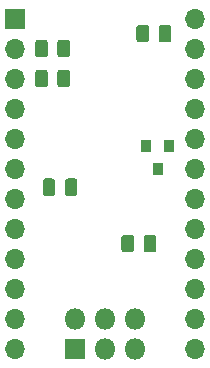
<source format=gbr>
G04 #@! TF.GenerationSoftware,KiCad,Pcbnew,(5.0.0)*
G04 #@! TF.CreationDate,2018-07-26T01:08:59+02:00*
G04 #@! TF.ProjectId,bosch_kf4_pll,626F7363685F6B66345F706C6C2E6B69,rev?*
G04 #@! TF.SameCoordinates,Original*
G04 #@! TF.FileFunction,Soldermask,Top*
G04 #@! TF.FilePolarity,Negative*
%FSLAX46Y46*%
G04 Gerber Fmt 4.6, Leading zero omitted, Abs format (unit mm)*
G04 Created by KiCad (PCBNEW (5.0.0)) date 07/26/18 01:08:59*
%MOMM*%
%LPD*%
G01*
G04 APERTURE LIST*
%ADD10C,0.100000*%
%ADD11C,1.076600*%
%ADD12O,1.701600X1.701600*%
%ADD13R,1.701600X1.701600*%
%ADD14R,0.901600X1.001600*%
%ADD15O,1.801600X1.801600*%
%ADD16R,1.801600X1.801600*%
G04 APERTURE END LIST*
D10*
G04 #@! TO.C,C5*
G36*
X128898031Y-75767996D02*
X128924159Y-75771872D01*
X128949780Y-75778290D01*
X128974649Y-75787188D01*
X128998526Y-75798481D01*
X129021182Y-75812060D01*
X129042397Y-75827794D01*
X129061968Y-75845532D01*
X129079706Y-75865103D01*
X129095440Y-75886318D01*
X129109019Y-75908974D01*
X129120312Y-75932851D01*
X129129210Y-75957720D01*
X129135628Y-75983341D01*
X129139504Y-76009469D01*
X129140800Y-76035850D01*
X129140800Y-76999150D01*
X129139504Y-77025531D01*
X129135628Y-77051659D01*
X129129210Y-77077280D01*
X129120312Y-77102149D01*
X129109019Y-77126026D01*
X129095440Y-77148682D01*
X129079706Y-77169897D01*
X129061968Y-77189468D01*
X129042397Y-77207206D01*
X129021182Y-77222940D01*
X128998526Y-77236519D01*
X128974649Y-77247812D01*
X128949780Y-77256710D01*
X128924159Y-77263128D01*
X128898031Y-77267004D01*
X128871650Y-77268300D01*
X128333350Y-77268300D01*
X128306969Y-77267004D01*
X128280841Y-77263128D01*
X128255220Y-77256710D01*
X128230351Y-77247812D01*
X128206474Y-77236519D01*
X128183818Y-77222940D01*
X128162603Y-77207206D01*
X128143032Y-77189468D01*
X128125294Y-77169897D01*
X128109560Y-77148682D01*
X128095981Y-77126026D01*
X128084688Y-77102149D01*
X128075790Y-77077280D01*
X128069372Y-77051659D01*
X128065496Y-77025531D01*
X128064200Y-76999150D01*
X128064200Y-76035850D01*
X128065496Y-76009469D01*
X128069372Y-75983341D01*
X128075790Y-75957720D01*
X128084688Y-75932851D01*
X128095981Y-75908974D01*
X128109560Y-75886318D01*
X128125294Y-75865103D01*
X128143032Y-75845532D01*
X128162603Y-75827794D01*
X128183818Y-75812060D01*
X128206474Y-75798481D01*
X128230351Y-75787188D01*
X128255220Y-75778290D01*
X128280841Y-75771872D01*
X128306969Y-75767996D01*
X128333350Y-75766700D01*
X128871650Y-75766700D01*
X128898031Y-75767996D01*
X128898031Y-75767996D01*
G37*
D11*
X128602500Y-76517500D03*
D10*
G36*
X130773031Y-75767996D02*
X130799159Y-75771872D01*
X130824780Y-75778290D01*
X130849649Y-75787188D01*
X130873526Y-75798481D01*
X130896182Y-75812060D01*
X130917397Y-75827794D01*
X130936968Y-75845532D01*
X130954706Y-75865103D01*
X130970440Y-75886318D01*
X130984019Y-75908974D01*
X130995312Y-75932851D01*
X131004210Y-75957720D01*
X131010628Y-75983341D01*
X131014504Y-76009469D01*
X131015800Y-76035850D01*
X131015800Y-76999150D01*
X131014504Y-77025531D01*
X131010628Y-77051659D01*
X131004210Y-77077280D01*
X130995312Y-77102149D01*
X130984019Y-77126026D01*
X130970440Y-77148682D01*
X130954706Y-77169897D01*
X130936968Y-77189468D01*
X130917397Y-77207206D01*
X130896182Y-77222940D01*
X130873526Y-77236519D01*
X130849649Y-77247812D01*
X130824780Y-77256710D01*
X130799159Y-77263128D01*
X130773031Y-77267004D01*
X130746650Y-77268300D01*
X130208350Y-77268300D01*
X130181969Y-77267004D01*
X130155841Y-77263128D01*
X130130220Y-77256710D01*
X130105351Y-77247812D01*
X130081474Y-77236519D01*
X130058818Y-77222940D01*
X130037603Y-77207206D01*
X130018032Y-77189468D01*
X130000294Y-77169897D01*
X129984560Y-77148682D01*
X129970981Y-77126026D01*
X129959688Y-77102149D01*
X129950790Y-77077280D01*
X129944372Y-77051659D01*
X129940496Y-77025531D01*
X129939200Y-76999150D01*
X129939200Y-76035850D01*
X129940496Y-76009469D01*
X129944372Y-75983341D01*
X129950790Y-75957720D01*
X129959688Y-75932851D01*
X129970981Y-75908974D01*
X129984560Y-75886318D01*
X130000294Y-75865103D01*
X130018032Y-75845532D01*
X130037603Y-75827794D01*
X130058818Y-75812060D01*
X130081474Y-75798481D01*
X130105351Y-75787188D01*
X130130220Y-75778290D01*
X130155841Y-75771872D01*
X130181969Y-75767996D01*
X130208350Y-75766700D01*
X130746650Y-75766700D01*
X130773031Y-75767996D01*
X130773031Y-75767996D01*
G37*
D11*
X130477500Y-76517500D03*
G04 #@! TD*
D12*
G04 #@! TO.C,J2*
X140970000Y-62230000D03*
X125730000Y-90170000D03*
X140970000Y-64770000D03*
X125730000Y-87630000D03*
X140970000Y-67310000D03*
X125730000Y-85090000D03*
X140970000Y-69850000D03*
X125730000Y-82550000D03*
X140970000Y-72390000D03*
X125730000Y-80010000D03*
X140970000Y-74930000D03*
X125730000Y-77470000D03*
X140970000Y-77470000D03*
X125730000Y-74930000D03*
X140970000Y-80010000D03*
X125730000Y-72390000D03*
X140970000Y-82550000D03*
X125730000Y-69850000D03*
X140970000Y-85090000D03*
X125730000Y-67310000D03*
X140970000Y-87630000D03*
X125730000Y-64770000D03*
X140970000Y-90170000D03*
D13*
X125730000Y-62230000D03*
G04 #@! TD*
D14*
G04 #@! TO.C,Q1*
X138745000Y-72977500D03*
X136845000Y-72977500D03*
X137795000Y-74977500D03*
G04 #@! TD*
D10*
G04 #@! TO.C,C1*
G36*
X136835531Y-62750496D02*
X136861659Y-62754372D01*
X136887280Y-62760790D01*
X136912149Y-62769688D01*
X136936026Y-62780981D01*
X136958682Y-62794560D01*
X136979897Y-62810294D01*
X136999468Y-62828032D01*
X137017206Y-62847603D01*
X137032940Y-62868818D01*
X137046519Y-62891474D01*
X137057812Y-62915351D01*
X137066710Y-62940220D01*
X137073128Y-62965841D01*
X137077004Y-62991969D01*
X137078300Y-63018350D01*
X137078300Y-63981650D01*
X137077004Y-64008031D01*
X137073128Y-64034159D01*
X137066710Y-64059780D01*
X137057812Y-64084649D01*
X137046519Y-64108526D01*
X137032940Y-64131182D01*
X137017206Y-64152397D01*
X136999468Y-64171968D01*
X136979897Y-64189706D01*
X136958682Y-64205440D01*
X136936026Y-64219019D01*
X136912149Y-64230312D01*
X136887280Y-64239210D01*
X136861659Y-64245628D01*
X136835531Y-64249504D01*
X136809150Y-64250800D01*
X136270850Y-64250800D01*
X136244469Y-64249504D01*
X136218341Y-64245628D01*
X136192720Y-64239210D01*
X136167851Y-64230312D01*
X136143974Y-64219019D01*
X136121318Y-64205440D01*
X136100103Y-64189706D01*
X136080532Y-64171968D01*
X136062794Y-64152397D01*
X136047060Y-64131182D01*
X136033481Y-64108526D01*
X136022188Y-64084649D01*
X136013290Y-64059780D01*
X136006872Y-64034159D01*
X136002996Y-64008031D01*
X136001700Y-63981650D01*
X136001700Y-63018350D01*
X136002996Y-62991969D01*
X136006872Y-62965841D01*
X136013290Y-62940220D01*
X136022188Y-62915351D01*
X136033481Y-62891474D01*
X136047060Y-62868818D01*
X136062794Y-62847603D01*
X136080532Y-62828032D01*
X136100103Y-62810294D01*
X136121318Y-62794560D01*
X136143974Y-62780981D01*
X136167851Y-62769688D01*
X136192720Y-62760790D01*
X136218341Y-62754372D01*
X136244469Y-62750496D01*
X136270850Y-62749200D01*
X136809150Y-62749200D01*
X136835531Y-62750496D01*
X136835531Y-62750496D01*
G37*
D11*
X136540000Y-63500000D03*
D10*
G36*
X138710531Y-62750496D02*
X138736659Y-62754372D01*
X138762280Y-62760790D01*
X138787149Y-62769688D01*
X138811026Y-62780981D01*
X138833682Y-62794560D01*
X138854897Y-62810294D01*
X138874468Y-62828032D01*
X138892206Y-62847603D01*
X138907940Y-62868818D01*
X138921519Y-62891474D01*
X138932812Y-62915351D01*
X138941710Y-62940220D01*
X138948128Y-62965841D01*
X138952004Y-62991969D01*
X138953300Y-63018350D01*
X138953300Y-63981650D01*
X138952004Y-64008031D01*
X138948128Y-64034159D01*
X138941710Y-64059780D01*
X138932812Y-64084649D01*
X138921519Y-64108526D01*
X138907940Y-64131182D01*
X138892206Y-64152397D01*
X138874468Y-64171968D01*
X138854897Y-64189706D01*
X138833682Y-64205440D01*
X138811026Y-64219019D01*
X138787149Y-64230312D01*
X138762280Y-64239210D01*
X138736659Y-64245628D01*
X138710531Y-64249504D01*
X138684150Y-64250800D01*
X138145850Y-64250800D01*
X138119469Y-64249504D01*
X138093341Y-64245628D01*
X138067720Y-64239210D01*
X138042851Y-64230312D01*
X138018974Y-64219019D01*
X137996318Y-64205440D01*
X137975103Y-64189706D01*
X137955532Y-64171968D01*
X137937794Y-64152397D01*
X137922060Y-64131182D01*
X137908481Y-64108526D01*
X137897188Y-64084649D01*
X137888290Y-64059780D01*
X137881872Y-64034159D01*
X137877996Y-64008031D01*
X137876700Y-63981650D01*
X137876700Y-63018350D01*
X137877996Y-62991969D01*
X137881872Y-62965841D01*
X137888290Y-62940220D01*
X137897188Y-62915351D01*
X137908481Y-62891474D01*
X137922060Y-62868818D01*
X137937794Y-62847603D01*
X137955532Y-62828032D01*
X137975103Y-62810294D01*
X137996318Y-62794560D01*
X138018974Y-62780981D01*
X138042851Y-62769688D01*
X138067720Y-62760790D01*
X138093341Y-62754372D01*
X138119469Y-62750496D01*
X138145850Y-62749200D01*
X138684150Y-62749200D01*
X138710531Y-62750496D01*
X138710531Y-62750496D01*
G37*
D11*
X138415000Y-63500000D03*
G04 #@! TD*
D10*
G04 #@! TO.C,C4*
G36*
X135565531Y-80530496D02*
X135591659Y-80534372D01*
X135617280Y-80540790D01*
X135642149Y-80549688D01*
X135666026Y-80560981D01*
X135688682Y-80574560D01*
X135709897Y-80590294D01*
X135729468Y-80608032D01*
X135747206Y-80627603D01*
X135762940Y-80648818D01*
X135776519Y-80671474D01*
X135787812Y-80695351D01*
X135796710Y-80720220D01*
X135803128Y-80745841D01*
X135807004Y-80771969D01*
X135808300Y-80798350D01*
X135808300Y-81761650D01*
X135807004Y-81788031D01*
X135803128Y-81814159D01*
X135796710Y-81839780D01*
X135787812Y-81864649D01*
X135776519Y-81888526D01*
X135762940Y-81911182D01*
X135747206Y-81932397D01*
X135729468Y-81951968D01*
X135709897Y-81969706D01*
X135688682Y-81985440D01*
X135666026Y-81999019D01*
X135642149Y-82010312D01*
X135617280Y-82019210D01*
X135591659Y-82025628D01*
X135565531Y-82029504D01*
X135539150Y-82030800D01*
X135000850Y-82030800D01*
X134974469Y-82029504D01*
X134948341Y-82025628D01*
X134922720Y-82019210D01*
X134897851Y-82010312D01*
X134873974Y-81999019D01*
X134851318Y-81985440D01*
X134830103Y-81969706D01*
X134810532Y-81951968D01*
X134792794Y-81932397D01*
X134777060Y-81911182D01*
X134763481Y-81888526D01*
X134752188Y-81864649D01*
X134743290Y-81839780D01*
X134736872Y-81814159D01*
X134732996Y-81788031D01*
X134731700Y-81761650D01*
X134731700Y-80798350D01*
X134732996Y-80771969D01*
X134736872Y-80745841D01*
X134743290Y-80720220D01*
X134752188Y-80695351D01*
X134763481Y-80671474D01*
X134777060Y-80648818D01*
X134792794Y-80627603D01*
X134810532Y-80608032D01*
X134830103Y-80590294D01*
X134851318Y-80574560D01*
X134873974Y-80560981D01*
X134897851Y-80549688D01*
X134922720Y-80540790D01*
X134948341Y-80534372D01*
X134974469Y-80530496D01*
X135000850Y-80529200D01*
X135539150Y-80529200D01*
X135565531Y-80530496D01*
X135565531Y-80530496D01*
G37*
D11*
X135270000Y-81280000D03*
D10*
G36*
X137440531Y-80530496D02*
X137466659Y-80534372D01*
X137492280Y-80540790D01*
X137517149Y-80549688D01*
X137541026Y-80560981D01*
X137563682Y-80574560D01*
X137584897Y-80590294D01*
X137604468Y-80608032D01*
X137622206Y-80627603D01*
X137637940Y-80648818D01*
X137651519Y-80671474D01*
X137662812Y-80695351D01*
X137671710Y-80720220D01*
X137678128Y-80745841D01*
X137682004Y-80771969D01*
X137683300Y-80798350D01*
X137683300Y-81761650D01*
X137682004Y-81788031D01*
X137678128Y-81814159D01*
X137671710Y-81839780D01*
X137662812Y-81864649D01*
X137651519Y-81888526D01*
X137637940Y-81911182D01*
X137622206Y-81932397D01*
X137604468Y-81951968D01*
X137584897Y-81969706D01*
X137563682Y-81985440D01*
X137541026Y-81999019D01*
X137517149Y-82010312D01*
X137492280Y-82019210D01*
X137466659Y-82025628D01*
X137440531Y-82029504D01*
X137414150Y-82030800D01*
X136875850Y-82030800D01*
X136849469Y-82029504D01*
X136823341Y-82025628D01*
X136797720Y-82019210D01*
X136772851Y-82010312D01*
X136748974Y-81999019D01*
X136726318Y-81985440D01*
X136705103Y-81969706D01*
X136685532Y-81951968D01*
X136667794Y-81932397D01*
X136652060Y-81911182D01*
X136638481Y-81888526D01*
X136627188Y-81864649D01*
X136618290Y-81839780D01*
X136611872Y-81814159D01*
X136607996Y-81788031D01*
X136606700Y-81761650D01*
X136606700Y-80798350D01*
X136607996Y-80771969D01*
X136611872Y-80745841D01*
X136618290Y-80720220D01*
X136627188Y-80695351D01*
X136638481Y-80671474D01*
X136652060Y-80648818D01*
X136667794Y-80627603D01*
X136685532Y-80608032D01*
X136705103Y-80590294D01*
X136726318Y-80574560D01*
X136748974Y-80560981D01*
X136772851Y-80549688D01*
X136797720Y-80540790D01*
X136823341Y-80534372D01*
X136849469Y-80530496D01*
X136875850Y-80529200D01*
X137414150Y-80529200D01*
X137440531Y-80530496D01*
X137440531Y-80530496D01*
G37*
D11*
X137145000Y-81280000D03*
G04 #@! TD*
D15*
G04 #@! TO.C,J1*
X135890000Y-87630000D03*
X135890000Y-90170000D03*
X133350000Y-87630000D03*
X133350000Y-90170000D03*
X130810000Y-87630000D03*
D16*
X130810000Y-90170000D03*
G04 #@! TD*
D10*
G04 #@! TO.C,R1*
G36*
X130138031Y-66560496D02*
X130164159Y-66564372D01*
X130189780Y-66570790D01*
X130214649Y-66579688D01*
X130238526Y-66590981D01*
X130261182Y-66604560D01*
X130282397Y-66620294D01*
X130301968Y-66638032D01*
X130319706Y-66657603D01*
X130335440Y-66678818D01*
X130349019Y-66701474D01*
X130360312Y-66725351D01*
X130369210Y-66750220D01*
X130375628Y-66775841D01*
X130379504Y-66801969D01*
X130380800Y-66828350D01*
X130380800Y-67791650D01*
X130379504Y-67818031D01*
X130375628Y-67844159D01*
X130369210Y-67869780D01*
X130360312Y-67894649D01*
X130349019Y-67918526D01*
X130335440Y-67941182D01*
X130319706Y-67962397D01*
X130301968Y-67981968D01*
X130282397Y-67999706D01*
X130261182Y-68015440D01*
X130238526Y-68029019D01*
X130214649Y-68040312D01*
X130189780Y-68049210D01*
X130164159Y-68055628D01*
X130138031Y-68059504D01*
X130111650Y-68060800D01*
X129573350Y-68060800D01*
X129546969Y-68059504D01*
X129520841Y-68055628D01*
X129495220Y-68049210D01*
X129470351Y-68040312D01*
X129446474Y-68029019D01*
X129423818Y-68015440D01*
X129402603Y-67999706D01*
X129383032Y-67981968D01*
X129365294Y-67962397D01*
X129349560Y-67941182D01*
X129335981Y-67918526D01*
X129324688Y-67894649D01*
X129315790Y-67869780D01*
X129309372Y-67844159D01*
X129305496Y-67818031D01*
X129304200Y-67791650D01*
X129304200Y-66828350D01*
X129305496Y-66801969D01*
X129309372Y-66775841D01*
X129315790Y-66750220D01*
X129324688Y-66725351D01*
X129335981Y-66701474D01*
X129349560Y-66678818D01*
X129365294Y-66657603D01*
X129383032Y-66638032D01*
X129402603Y-66620294D01*
X129423818Y-66604560D01*
X129446474Y-66590981D01*
X129470351Y-66579688D01*
X129495220Y-66570790D01*
X129520841Y-66564372D01*
X129546969Y-66560496D01*
X129573350Y-66559200D01*
X130111650Y-66559200D01*
X130138031Y-66560496D01*
X130138031Y-66560496D01*
G37*
D11*
X129842500Y-67310000D03*
D10*
G36*
X128263031Y-66560496D02*
X128289159Y-66564372D01*
X128314780Y-66570790D01*
X128339649Y-66579688D01*
X128363526Y-66590981D01*
X128386182Y-66604560D01*
X128407397Y-66620294D01*
X128426968Y-66638032D01*
X128444706Y-66657603D01*
X128460440Y-66678818D01*
X128474019Y-66701474D01*
X128485312Y-66725351D01*
X128494210Y-66750220D01*
X128500628Y-66775841D01*
X128504504Y-66801969D01*
X128505800Y-66828350D01*
X128505800Y-67791650D01*
X128504504Y-67818031D01*
X128500628Y-67844159D01*
X128494210Y-67869780D01*
X128485312Y-67894649D01*
X128474019Y-67918526D01*
X128460440Y-67941182D01*
X128444706Y-67962397D01*
X128426968Y-67981968D01*
X128407397Y-67999706D01*
X128386182Y-68015440D01*
X128363526Y-68029019D01*
X128339649Y-68040312D01*
X128314780Y-68049210D01*
X128289159Y-68055628D01*
X128263031Y-68059504D01*
X128236650Y-68060800D01*
X127698350Y-68060800D01*
X127671969Y-68059504D01*
X127645841Y-68055628D01*
X127620220Y-68049210D01*
X127595351Y-68040312D01*
X127571474Y-68029019D01*
X127548818Y-68015440D01*
X127527603Y-67999706D01*
X127508032Y-67981968D01*
X127490294Y-67962397D01*
X127474560Y-67941182D01*
X127460981Y-67918526D01*
X127449688Y-67894649D01*
X127440790Y-67869780D01*
X127434372Y-67844159D01*
X127430496Y-67818031D01*
X127429200Y-67791650D01*
X127429200Y-66828350D01*
X127430496Y-66801969D01*
X127434372Y-66775841D01*
X127440790Y-66750220D01*
X127449688Y-66725351D01*
X127460981Y-66701474D01*
X127474560Y-66678818D01*
X127490294Y-66657603D01*
X127508032Y-66638032D01*
X127527603Y-66620294D01*
X127548818Y-66604560D01*
X127571474Y-66590981D01*
X127595351Y-66579688D01*
X127620220Y-66570790D01*
X127645841Y-66564372D01*
X127671969Y-66560496D01*
X127698350Y-66559200D01*
X128236650Y-66559200D01*
X128263031Y-66560496D01*
X128263031Y-66560496D01*
G37*
D11*
X127967500Y-67310000D03*
G04 #@! TD*
D10*
G04 #@! TO.C,R2*
G36*
X128263031Y-64020496D02*
X128289159Y-64024372D01*
X128314780Y-64030790D01*
X128339649Y-64039688D01*
X128363526Y-64050981D01*
X128386182Y-64064560D01*
X128407397Y-64080294D01*
X128426968Y-64098032D01*
X128444706Y-64117603D01*
X128460440Y-64138818D01*
X128474019Y-64161474D01*
X128485312Y-64185351D01*
X128494210Y-64210220D01*
X128500628Y-64235841D01*
X128504504Y-64261969D01*
X128505800Y-64288350D01*
X128505800Y-65251650D01*
X128504504Y-65278031D01*
X128500628Y-65304159D01*
X128494210Y-65329780D01*
X128485312Y-65354649D01*
X128474019Y-65378526D01*
X128460440Y-65401182D01*
X128444706Y-65422397D01*
X128426968Y-65441968D01*
X128407397Y-65459706D01*
X128386182Y-65475440D01*
X128363526Y-65489019D01*
X128339649Y-65500312D01*
X128314780Y-65509210D01*
X128289159Y-65515628D01*
X128263031Y-65519504D01*
X128236650Y-65520800D01*
X127698350Y-65520800D01*
X127671969Y-65519504D01*
X127645841Y-65515628D01*
X127620220Y-65509210D01*
X127595351Y-65500312D01*
X127571474Y-65489019D01*
X127548818Y-65475440D01*
X127527603Y-65459706D01*
X127508032Y-65441968D01*
X127490294Y-65422397D01*
X127474560Y-65401182D01*
X127460981Y-65378526D01*
X127449688Y-65354649D01*
X127440790Y-65329780D01*
X127434372Y-65304159D01*
X127430496Y-65278031D01*
X127429200Y-65251650D01*
X127429200Y-64288350D01*
X127430496Y-64261969D01*
X127434372Y-64235841D01*
X127440790Y-64210220D01*
X127449688Y-64185351D01*
X127460981Y-64161474D01*
X127474560Y-64138818D01*
X127490294Y-64117603D01*
X127508032Y-64098032D01*
X127527603Y-64080294D01*
X127548818Y-64064560D01*
X127571474Y-64050981D01*
X127595351Y-64039688D01*
X127620220Y-64030790D01*
X127645841Y-64024372D01*
X127671969Y-64020496D01*
X127698350Y-64019200D01*
X128236650Y-64019200D01*
X128263031Y-64020496D01*
X128263031Y-64020496D01*
G37*
D11*
X127967500Y-64770000D03*
D10*
G36*
X130138031Y-64020496D02*
X130164159Y-64024372D01*
X130189780Y-64030790D01*
X130214649Y-64039688D01*
X130238526Y-64050981D01*
X130261182Y-64064560D01*
X130282397Y-64080294D01*
X130301968Y-64098032D01*
X130319706Y-64117603D01*
X130335440Y-64138818D01*
X130349019Y-64161474D01*
X130360312Y-64185351D01*
X130369210Y-64210220D01*
X130375628Y-64235841D01*
X130379504Y-64261969D01*
X130380800Y-64288350D01*
X130380800Y-65251650D01*
X130379504Y-65278031D01*
X130375628Y-65304159D01*
X130369210Y-65329780D01*
X130360312Y-65354649D01*
X130349019Y-65378526D01*
X130335440Y-65401182D01*
X130319706Y-65422397D01*
X130301968Y-65441968D01*
X130282397Y-65459706D01*
X130261182Y-65475440D01*
X130238526Y-65489019D01*
X130214649Y-65500312D01*
X130189780Y-65509210D01*
X130164159Y-65515628D01*
X130138031Y-65519504D01*
X130111650Y-65520800D01*
X129573350Y-65520800D01*
X129546969Y-65519504D01*
X129520841Y-65515628D01*
X129495220Y-65509210D01*
X129470351Y-65500312D01*
X129446474Y-65489019D01*
X129423818Y-65475440D01*
X129402603Y-65459706D01*
X129383032Y-65441968D01*
X129365294Y-65422397D01*
X129349560Y-65401182D01*
X129335981Y-65378526D01*
X129324688Y-65354649D01*
X129315790Y-65329780D01*
X129309372Y-65304159D01*
X129305496Y-65278031D01*
X129304200Y-65251650D01*
X129304200Y-64288350D01*
X129305496Y-64261969D01*
X129309372Y-64235841D01*
X129315790Y-64210220D01*
X129324688Y-64185351D01*
X129335981Y-64161474D01*
X129349560Y-64138818D01*
X129365294Y-64117603D01*
X129383032Y-64098032D01*
X129402603Y-64080294D01*
X129423818Y-64064560D01*
X129446474Y-64050981D01*
X129470351Y-64039688D01*
X129495220Y-64030790D01*
X129520841Y-64024372D01*
X129546969Y-64020496D01*
X129573350Y-64019200D01*
X130111650Y-64019200D01*
X130138031Y-64020496D01*
X130138031Y-64020496D01*
G37*
D11*
X129842500Y-64770000D03*
G04 #@! TD*
M02*

</source>
